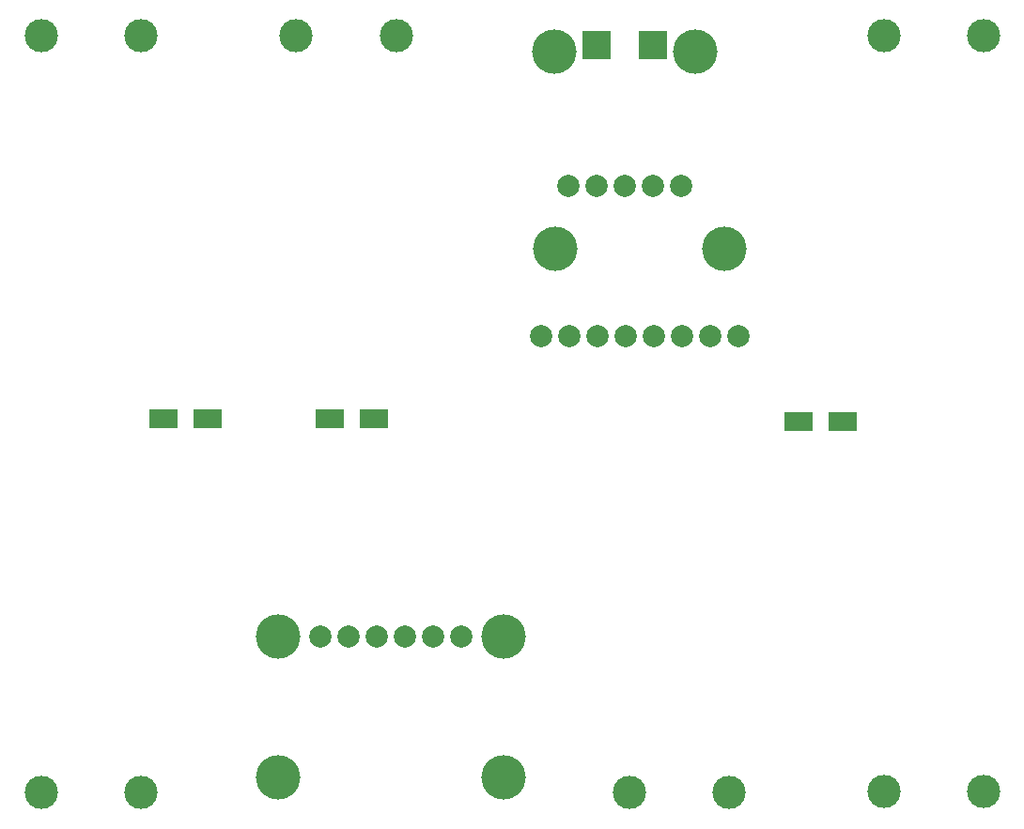
<source format=gbr>
%TF.GenerationSoftware,KiCad,Pcbnew,(5.1.10)-1*%
%TF.CreationDate,2022-05-08T17:14:08-07:00*%
%TF.ProjectId,solar-panel-side-Z,736f6c61-722d-4706-916e-656c2d736964,1.0*%
%TF.SameCoordinates,Original*%
%TF.FileFunction,Soldermask,Top*%
%TF.FilePolarity,Negative*%
%FSLAX46Y46*%
G04 Gerber Fmt 4.6, Leading zero omitted, Abs format (unit mm)*
G04 Created by KiCad (PCBNEW (5.1.10)-1) date 2022-05-08 17:14:08*
%MOMM*%
%LPD*%
G01*
G04 APERTURE LIST*
%ADD10C,4.000000*%
%ADD11C,2.000000*%
%ADD12R,2.500000X1.700000*%
%ADD13R,2.500000X2.500000*%
%ADD14C,3.000000*%
G04 APERTURE END LIST*
D10*
%TO.C,U1*%
X148660000Y-117850000D03*
X128340000Y-117850000D03*
X148660000Y-105150000D03*
D11*
X142310000Y-105150000D03*
X139770000Y-105150000D03*
X144850000Y-105150000D03*
X132150000Y-105150000D03*
X134690000Y-105150000D03*
X137230000Y-105150000D03*
D10*
X128340000Y-105150000D03*
%TD*%
D12*
%TO.C,D3*%
X179250000Y-85750000D03*
X175250000Y-85750000D03*
%TD*%
%TO.C,D2*%
X137000000Y-85500000D03*
X133000000Y-85500000D03*
%TD*%
%TO.C,D1*%
X118000000Y-85500000D03*
X122000000Y-85500000D03*
%TD*%
D10*
%TO.C,U3*%
X153380000Y-70190000D03*
X168620000Y-70190000D03*
D11*
X157190000Y-78064000D03*
X159730000Y-78064000D03*
X152110000Y-78064000D03*
X154650000Y-78064000D03*
X169890000Y-78064000D03*
X167350000Y-78064000D03*
X164810000Y-78064000D03*
X162270000Y-78064000D03*
%TD*%
D13*
%TO.C,U2*%
X162190000Y-51800000D03*
X157110000Y-51800000D03*
D10*
X166000000Y-52435000D03*
X153300000Y-52435000D03*
D11*
X154570000Y-64500000D03*
X157110000Y-64500000D03*
X164730000Y-64500000D03*
X162190000Y-64500000D03*
X159650000Y-64500000D03*
%TD*%
D14*
%TO.C,SC5*%
X191952000Y-51008000D03*
X182952000Y-51008000D03*
%TD*%
%TO.C,SC4*%
X169000000Y-119250000D03*
X160000000Y-119250000D03*
%TD*%
%TO.C,SC6*%
X191952000Y-119172000D03*
X182952000Y-119172000D03*
%TD*%
%TO.C,SC3*%
X130000000Y-51000000D03*
X139000000Y-51000000D03*
%TD*%
%TO.C,SC2*%
X107006000Y-119250000D03*
X116006000Y-119250000D03*
%TD*%
%TO.C,SC1*%
X116006000Y-51008000D03*
X107006000Y-51008000D03*
%TD*%
M02*

</source>
